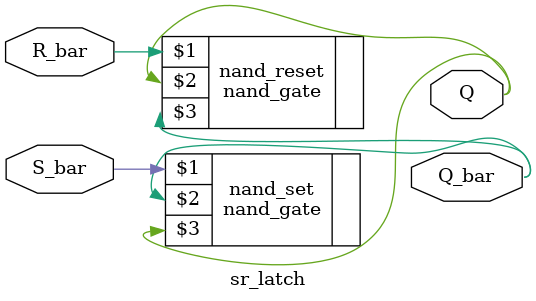
<source format=v>
module sr_latch (
    input S_bar,
    input R_bar,
    output Q,
    output Q_bar
);
    nand_gate nand_set(S_bar, Q_bar, Q);
    nand_gate nand_reset(R_bar, Q, Q_bar);
endmodule
</source>
